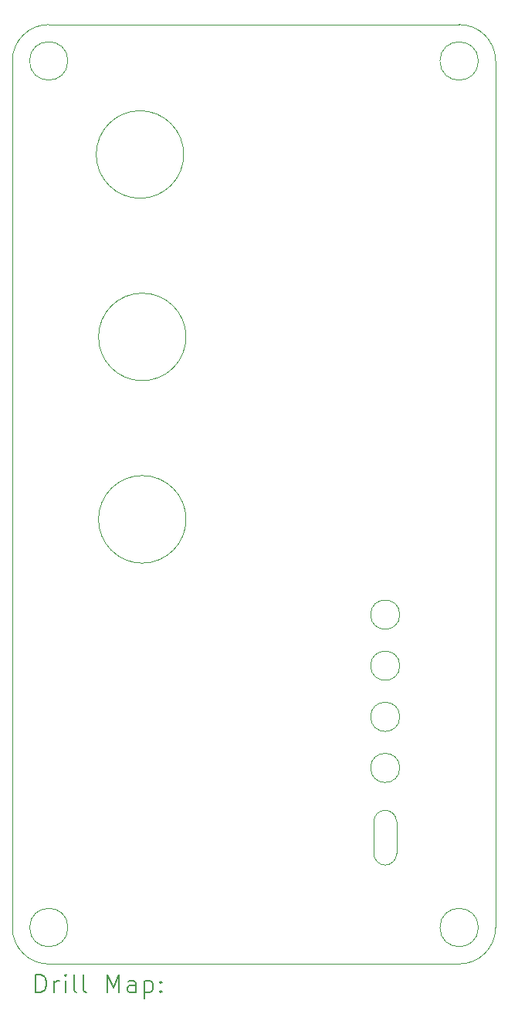
<source format=gbr>
%TF.GenerationSoftware,KiCad,Pcbnew,8.0.9-8.0.9-0~ubuntu24.04.1*%
%TF.CreationDate,2025-03-26T20:50:54+01:00*%
%TF.ProjectId,X7000II-FrontPanel,58373030-3049-4492-9d46-726f6e745061,rev?*%
%TF.SameCoordinates,Original*%
%TF.FileFunction,Drillmap*%
%TF.FilePolarity,Positive*%
%FSLAX45Y45*%
G04 Gerber Fmt 4.5, Leading zero omitted, Abs format (unit mm)*
G04 Created by KiCad (PCBNEW 8.0.9-8.0.9-0~ubuntu24.04.1) date 2025-03-26 20:50:54*
%MOMM*%
%LPD*%
G01*
G04 APERTURE LIST*
%ADD10C,0.050000*%
%ADD11C,0.200000*%
G04 APERTURE END LIST*
D10*
X13864000Y-13690000D02*
G75*
G02*
X13739000Y-13565000I0J125000D01*
G01*
X14024000Y-12065000D02*
G75*
G02*
X13704000Y-12065000I-160000J0D01*
G01*
X13704000Y-12065000D02*
G75*
G02*
X14024000Y-12065000I160000J0D01*
G01*
X11680000Y-7900000D02*
G75*
G02*
X10720000Y-7900000I-480000J0D01*
G01*
X10720000Y-7900000D02*
G75*
G02*
X11680000Y-7900000I480000J0D01*
G01*
X13864000Y-13090000D02*
G75*
G02*
X13989000Y-13215000I0J-125000D01*
G01*
X13739000Y-13565000D02*
X13739000Y-13215000D01*
X10175000Y-14775000D02*
G75*
G02*
X9775000Y-14375000I0J400000D01*
G01*
X11655000Y-5900000D02*
G75*
G02*
X10695000Y-5900000I-480000J0D01*
G01*
X10695000Y-5900000D02*
G75*
G02*
X11655000Y-5900000I480000J0D01*
G01*
X10175000Y-4475000D02*
X14675000Y-4475000D01*
X14024000Y-12625000D02*
G75*
G02*
X13704000Y-12625000I-160000J0D01*
G01*
X13704000Y-12625000D02*
G75*
G02*
X14024000Y-12625000I160000J0D01*
G01*
X13989000Y-13215000D02*
X13989000Y-13565000D01*
X14675000Y-14775000D02*
X10175000Y-14775000D01*
X13739000Y-13215000D02*
G75*
G02*
X13864000Y-13090000I125000J0D01*
G01*
X15075000Y-14375000D02*
G75*
G02*
X14675000Y-14775000I-400000J0D01*
G01*
X14885000Y-14375000D02*
G75*
G02*
X14465000Y-14375000I-210000J0D01*
G01*
X14465000Y-14375000D02*
G75*
G02*
X14885000Y-14375000I210000J0D01*
G01*
X14885000Y-4875000D02*
G75*
G02*
X14465000Y-4875000I-210000J0D01*
G01*
X14465000Y-4875000D02*
G75*
G02*
X14885000Y-4875000I210000J0D01*
G01*
X15075000Y-4875000D02*
X15075000Y-14375000D01*
X14024000Y-11505000D02*
G75*
G02*
X13704000Y-11505000I-160000J0D01*
G01*
X13704000Y-11505000D02*
G75*
G02*
X14024000Y-11505000I160000J0D01*
G01*
X14675000Y-4475000D02*
G75*
G02*
X15075000Y-4875000I0J-400000D01*
G01*
X10385000Y-14375000D02*
G75*
G02*
X9965000Y-14375000I-210000J0D01*
G01*
X9965000Y-14375000D02*
G75*
G02*
X10385000Y-14375000I210000J0D01*
G01*
X10384000Y-4874000D02*
G75*
G02*
X9964000Y-4874000I-210000J0D01*
G01*
X9964000Y-4874000D02*
G75*
G02*
X10384000Y-4874000I210000J0D01*
G01*
X11680000Y-9900000D02*
G75*
G02*
X10720000Y-9900000I-480000J0D01*
G01*
X10720000Y-9900000D02*
G75*
G02*
X11680000Y-9900000I480000J0D01*
G01*
X13989000Y-13565000D02*
G75*
G02*
X13864000Y-13690000I-125000J0D01*
G01*
X9775000Y-14375000D02*
X9775000Y-4875000D01*
X9775000Y-4875000D02*
G75*
G02*
X10175000Y-4475000I400000J0D01*
G01*
X14024000Y-10945000D02*
G75*
G02*
X13704000Y-10945000I-160000J0D01*
G01*
X13704000Y-10945000D02*
G75*
G02*
X14024000Y-10945000I160000J0D01*
G01*
D11*
X10033277Y-15088984D02*
X10033277Y-14888984D01*
X10033277Y-14888984D02*
X10080896Y-14888984D01*
X10080896Y-14888984D02*
X10109467Y-14898508D01*
X10109467Y-14898508D02*
X10128515Y-14917555D01*
X10128515Y-14917555D02*
X10138039Y-14936603D01*
X10138039Y-14936603D02*
X10147563Y-14974698D01*
X10147563Y-14974698D02*
X10147563Y-15003269D01*
X10147563Y-15003269D02*
X10138039Y-15041365D01*
X10138039Y-15041365D02*
X10128515Y-15060412D01*
X10128515Y-15060412D02*
X10109467Y-15079460D01*
X10109467Y-15079460D02*
X10080896Y-15088984D01*
X10080896Y-15088984D02*
X10033277Y-15088984D01*
X10233277Y-15088984D02*
X10233277Y-14955650D01*
X10233277Y-14993746D02*
X10242801Y-14974698D01*
X10242801Y-14974698D02*
X10252324Y-14965174D01*
X10252324Y-14965174D02*
X10271372Y-14955650D01*
X10271372Y-14955650D02*
X10290420Y-14955650D01*
X10357086Y-15088984D02*
X10357086Y-14955650D01*
X10357086Y-14888984D02*
X10347563Y-14898508D01*
X10347563Y-14898508D02*
X10357086Y-14908031D01*
X10357086Y-14908031D02*
X10366610Y-14898508D01*
X10366610Y-14898508D02*
X10357086Y-14888984D01*
X10357086Y-14888984D02*
X10357086Y-14908031D01*
X10480896Y-15088984D02*
X10461848Y-15079460D01*
X10461848Y-15079460D02*
X10452324Y-15060412D01*
X10452324Y-15060412D02*
X10452324Y-14888984D01*
X10585658Y-15088984D02*
X10566610Y-15079460D01*
X10566610Y-15079460D02*
X10557086Y-15060412D01*
X10557086Y-15060412D02*
X10557086Y-14888984D01*
X10814229Y-15088984D02*
X10814229Y-14888984D01*
X10814229Y-14888984D02*
X10880896Y-15031841D01*
X10880896Y-15031841D02*
X10947563Y-14888984D01*
X10947563Y-14888984D02*
X10947563Y-15088984D01*
X11128515Y-15088984D02*
X11128515Y-14984222D01*
X11128515Y-14984222D02*
X11118991Y-14965174D01*
X11118991Y-14965174D02*
X11099944Y-14955650D01*
X11099944Y-14955650D02*
X11061848Y-14955650D01*
X11061848Y-14955650D02*
X11042801Y-14965174D01*
X11128515Y-15079460D02*
X11109467Y-15088984D01*
X11109467Y-15088984D02*
X11061848Y-15088984D01*
X11061848Y-15088984D02*
X11042801Y-15079460D01*
X11042801Y-15079460D02*
X11033277Y-15060412D01*
X11033277Y-15060412D02*
X11033277Y-15041365D01*
X11033277Y-15041365D02*
X11042801Y-15022317D01*
X11042801Y-15022317D02*
X11061848Y-15012793D01*
X11061848Y-15012793D02*
X11109467Y-15012793D01*
X11109467Y-15012793D02*
X11128515Y-15003269D01*
X11223753Y-14955650D02*
X11223753Y-15155650D01*
X11223753Y-14965174D02*
X11242801Y-14955650D01*
X11242801Y-14955650D02*
X11280896Y-14955650D01*
X11280896Y-14955650D02*
X11299943Y-14965174D01*
X11299943Y-14965174D02*
X11309467Y-14974698D01*
X11309467Y-14974698D02*
X11318991Y-14993746D01*
X11318991Y-14993746D02*
X11318991Y-15050888D01*
X11318991Y-15050888D02*
X11309467Y-15069936D01*
X11309467Y-15069936D02*
X11299943Y-15079460D01*
X11299943Y-15079460D02*
X11280896Y-15088984D01*
X11280896Y-15088984D02*
X11242801Y-15088984D01*
X11242801Y-15088984D02*
X11223753Y-15079460D01*
X11404705Y-15069936D02*
X11414229Y-15079460D01*
X11414229Y-15079460D02*
X11404705Y-15088984D01*
X11404705Y-15088984D02*
X11395182Y-15079460D01*
X11395182Y-15079460D02*
X11404705Y-15069936D01*
X11404705Y-15069936D02*
X11404705Y-15088984D01*
X11404705Y-14965174D02*
X11414229Y-14974698D01*
X11414229Y-14974698D02*
X11404705Y-14984222D01*
X11404705Y-14984222D02*
X11395182Y-14974698D01*
X11395182Y-14974698D02*
X11404705Y-14965174D01*
X11404705Y-14965174D02*
X11404705Y-14984222D01*
M02*

</source>
